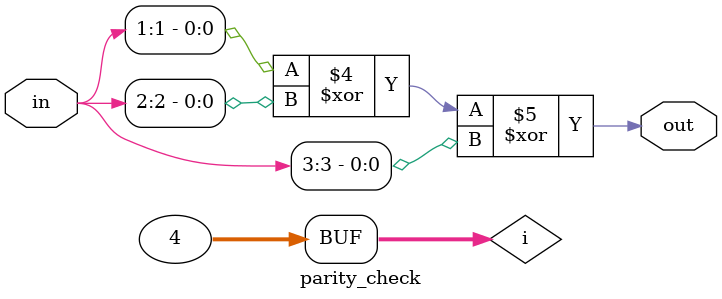
<source format=v>
module parity_check(
    input [3:0] in,
    output reg out
);
    integer i;

    always @ (*) begin
        out = 1'b0;
        for (i=1; i<4; i=i+1)
            out = out ^ in[i];
    end
endmodule 

</source>
